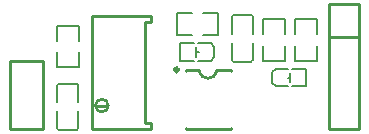
<source format=gto>
%TF.GenerationSoftware,KiCad,Pcbnew,8.0.4*%
%TF.CreationDate,2024-08-27T14:50:54+08:00*%
%TF.ProjectId,Raindrop_humidity_sensing_board,5261696e-6472-46f7-905f-68756d696469,rev?*%
%TF.SameCoordinates,Original*%
%TF.FileFunction,Legend,Top*%
%TF.FilePolarity,Positive*%
%FSLAX46Y46*%
G04 Gerber Fmt 4.6, Leading zero omitted, Abs format (unit mm)*
G04 Created by KiCad (PCBNEW 8.0.4) date 2024-08-27 14:50:54*
%MOMM*%
%LPD*%
G01*
G04 APERTURE LIST*
%ADD10C,0.254000*%
%ADD11C,0.300000*%
%ADD12C,0.152500*%
%ADD13C,0.150000*%
%ADD14C,0.203000*%
G04 APERTURE END LIST*
D10*
%TO.C,U1*%
X103145000Y-67250000D02*
X103145000Y-67341500D01*
X102740000Y-67250000D02*
X103145000Y-67250000D01*
X102740000Y-67250000D02*
X101966500Y-67250000D01*
X99740000Y-67250000D02*
X100513500Y-67250000D01*
X99740000Y-67250000D02*
X99335000Y-67250000D01*
X99335000Y-67250000D02*
X99335000Y-67341500D01*
X103145000Y-72250000D02*
X103145000Y-72158500D01*
X102740000Y-72250000D02*
X103145000Y-72250000D01*
X102740000Y-72250000D02*
X99740000Y-72250000D01*
X99740000Y-72250000D02*
X99335000Y-72250000D01*
X99335000Y-72250000D02*
X99335000Y-72158500D01*
X101966500Y-67255000D02*
G75*
G02*
X100513501Y-67250000I-726354J44845D01*
G01*
D11*
X98723000Y-67210000D02*
G75*
G02*
X98423000Y-67210000I-150000J0D01*
G01*
X98423000Y-67210000D02*
G75*
G02*
X98723000Y-67210000I150000J0D01*
G01*
D12*
%TO.C,R5*%
X102101000Y-64255750D02*
X102101000Y-62421750D01*
X102101000Y-62421750D02*
X100816000Y-62421750D01*
X100816000Y-64255750D02*
X102101000Y-64255750D01*
X99864000Y-64255750D02*
X98579000Y-64255750D01*
X98579000Y-64255750D02*
X98579000Y-62421750D01*
X98579000Y-62421750D02*
X99864000Y-62421750D01*
%TO.C,R4*%
X108598500Y-66451000D02*
X108598500Y-65166000D01*
X110432500Y-66451000D02*
X108598500Y-66451000D01*
X110432500Y-65166000D02*
X110432500Y-66451000D01*
X110432500Y-64214000D02*
X110432500Y-62929000D01*
X108598500Y-62929000D02*
X108598500Y-64214000D01*
X110432500Y-62929000D02*
X108598500Y-62929000D01*
%TO.C,R3*%
X105914000Y-66451000D02*
X105914000Y-65166000D01*
X107748000Y-66451000D02*
X105914000Y-66451000D01*
X107748000Y-65166000D02*
X107748000Y-66451000D01*
X107748000Y-64214000D02*
X107748000Y-62929000D01*
X105914000Y-62929000D02*
X105914000Y-64214000D01*
X107748000Y-62929000D02*
X105914000Y-62929000D01*
D10*
%TO.C,R2*%
X91458332Y-72190000D02*
X96358332Y-72190000D01*
X91458332Y-72190000D02*
X91458332Y-62690000D01*
X96358332Y-72190000D02*
X96408332Y-72190000D01*
X96408332Y-72190000D02*
X96408332Y-71695000D01*
X95908332Y-71695000D02*
X95908332Y-63185000D01*
X96408332Y-71695000D02*
X95908332Y-71695000D01*
X91876332Y-70244000D02*
X92257332Y-70244000D01*
X92257332Y-70244000D02*
X91876332Y-70244000D01*
X92638332Y-70244000D02*
X92257332Y-70244000D01*
X95908332Y-63185000D02*
X96408332Y-63185000D01*
X96408332Y-63185000D02*
X96408332Y-62684500D01*
X96358332Y-62684500D02*
X91458332Y-62684500D01*
X96408332Y-62684500D02*
X96358332Y-62684500D01*
X91718832Y-70234000D02*
G75*
G02*
X91718832Y-70244000I539000J-5000D01*
G01*
D12*
%TO.C,R1*%
X90291916Y-63469000D02*
X88457916Y-63469000D01*
X88457916Y-63469000D02*
X88457916Y-64754000D01*
X90291916Y-64754000D02*
X90291916Y-63469000D01*
X90291916Y-65706000D02*
X90291916Y-66991000D01*
X90291916Y-66991000D02*
X88457916Y-66991000D01*
X88457916Y-66991000D02*
X88457916Y-65706000D01*
D13*
%TO.C,LED2*%
X101780000Y-66159000D02*
X101480000Y-66459000D01*
X101780000Y-66059000D02*
X101780000Y-66159000D01*
X101780000Y-66059000D02*
X101780000Y-65359000D01*
X101780000Y-65359000D02*
X101780000Y-65259000D01*
X101780000Y-65259000D02*
X101480000Y-64959000D01*
X100430000Y-66459000D02*
X101480000Y-66459000D01*
X100430000Y-64959000D02*
X101480000Y-64959000D01*
D14*
X100264000Y-65702000D02*
X100439000Y-65702000D01*
X100264000Y-65303500D02*
X100264000Y-66091000D01*
D13*
X100050000Y-66461000D02*
X98900000Y-66461000D01*
X100050000Y-64961000D02*
X98900000Y-64961000D01*
X98900000Y-66461000D02*
X98900000Y-64981000D01*
%TO.C,LED1*%
X106660000Y-67411000D02*
X106960000Y-67111000D01*
X106660000Y-67511000D02*
X106660000Y-67411000D01*
X106660000Y-67511000D02*
X106660000Y-68211000D01*
X106660000Y-68211000D02*
X106660000Y-68311000D01*
X106660000Y-68311000D02*
X106960000Y-68611000D01*
X108010000Y-67111000D02*
X106960000Y-67111000D01*
X108010000Y-68611000D02*
X106960000Y-68611000D01*
D14*
X108176000Y-67868000D02*
X108001000Y-67868000D01*
X108176000Y-68266500D02*
X108176000Y-67479000D01*
D13*
X108390000Y-67109000D02*
X109540000Y-67109000D01*
X108390000Y-68609000D02*
X109540000Y-68609000D01*
X109540000Y-67109000D02*
X109540000Y-68589000D01*
D10*
%TO.C,H2*%
X114000000Y-61670000D02*
X111460000Y-61670000D01*
X114000000Y-61670000D02*
X114000000Y-72250000D01*
X111460000Y-61670000D02*
X111460000Y-72250000D01*
X114000000Y-64443500D02*
X111460000Y-64443500D01*
X114000000Y-72250000D02*
X111460000Y-72250000D01*
%TO.C,H1*%
X87290000Y-66490000D02*
X84500000Y-66490000D01*
X84500000Y-72250000D01*
X87290000Y-72250000D01*
X87290000Y-66490000D01*
D12*
%TO.C,C2*%
X103409000Y-62594250D02*
X104911000Y-62594250D01*
X105063500Y-62746750D02*
X105063500Y-64156750D01*
X103256500Y-64156750D02*
X103256500Y-62746750D01*
X103256500Y-64958750D02*
X103256500Y-66368750D01*
X105063500Y-66368750D02*
X105063500Y-64958750D01*
X103409000Y-66521250D02*
X104911000Y-66521250D01*
X104911000Y-62594250D02*
G75*
G02*
X105063500Y-62746750I1J-152499D01*
G01*
X103256500Y-62746750D02*
G75*
G02*
X103409000Y-62594250I152499J1D01*
G01*
X105063500Y-66368750D02*
G75*
G02*
X104911000Y-66521250I-152500J0D01*
G01*
X103409000Y-66521250D02*
G75*
G02*
X103256500Y-66368750I0J152500D01*
G01*
%TO.C,C1*%
X90112416Y-68373750D02*
G75*
G02*
X90264916Y-68526250I0J-152500D01*
G01*
X88457916Y-68526250D02*
G75*
G02*
X88610416Y-68373750I152500J0D01*
G01*
X90264916Y-72148250D02*
G75*
G02*
X90112416Y-72300750I-152499J-1D01*
G01*
X88610416Y-72300750D02*
G75*
G02*
X88457916Y-72148250I-1J152499D01*
G01*
X90112416Y-68373750D02*
X88610416Y-68373750D01*
X88457916Y-68526250D02*
X88457916Y-69936250D01*
X90264916Y-69936250D02*
X90264916Y-68526250D01*
X90264916Y-70738250D02*
X90264916Y-72148250D01*
X88457916Y-72148250D02*
X88457916Y-70738250D01*
X90112416Y-72300750D02*
X88610416Y-72300750D01*
%TD*%
M02*

</source>
